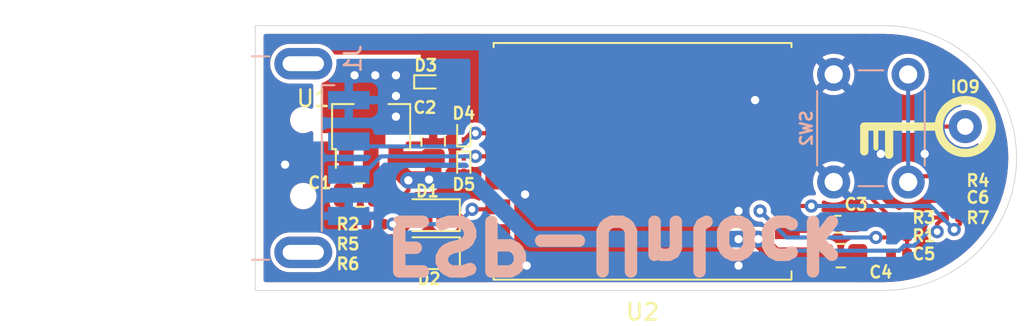
<source format=kicad_pcb>
(kicad_pcb (version 20211014) (generator pcbnew)
  (layers (0 "F.Cu" signal) (31 "B.Cu" signal) (34 "B.Paste" user) (35 "F.Paste" user) (36 "B.SilkS" user "B.Silkscreen") (37 "F.SilkS" user "F.Silkscreen") (38 "B.Mask" user) (39 "F.Mask" user) (44 "Edge.Cuts" user))
  (net 0 "")
  (net 1 "Net-(C1-Pad1)")
  (net 2 "GND")
  (net 3 "+3V3")
  (net 4 "Net-(C3-Pad1)")
  (net 5 "Net-(D1-Pad2)")
  (net 6 "Net-(D2-Pad2)")
  (net 7 "/IO19")
  (net 8 "/IO18")
  (net 9 "Net-(R2-Pad1)")
  (net 10 "Net-(R3-Pad1)")
  (net 12 "/IO4")
  (net 15 "Net-(R4-Pad2)")
  (net 19 "Net-(IO9-Pad1)")
  (net 20 "/IO1")
  (net 21 "/IO0")
  (footprint "Capacitor_SMD:C_0402_1005Metric" (layer "F.Cu") (at 123.9 97.8 180)
    (fp_text reference "C5" (at -1.5 0) (layer "F.SilkS") (effects (font (size 0.7 0.7))))
    (fp_text value "0.1uF")
    (pad "1" smd roundrect locked (at -0.485 0 180) (size 0.59 0.64) (layers "F.Cu" "F.Paste" "F.Mask") (net 3 "+3V3"))
    (pad "2" smd roundrect locked (at 0.485 0 180) (size 0.59 0.64) (layers "F.Cu" "F.Paste" "F.Mask") (net 2 "GND"))
  )
  (footprint "Capacitor_SMD:C_0805_2012Metric_Pad1.15x1.40mm_HandSolder" (layer "F.Cu") (at 95.75 91 90)
    (fp_text reference "C2" (at 2.05 -0.5 180) (layer "F.SilkS") (effects (font (size 0.7 0.7))))
    (fp_text value "4.7uF")
    (fp_line (start -0.261252 -0.71) (end 0.261252 -0.71) (layer "F.SilkS") (width 0.12))
    (fp_line (start -0.261252 0.71) (end 0.261252 0.71) (layer "F.SilkS") (width 0.12))
    (pad "1" smd roundrect locked (at -1.025 0 90) (size 1.15 1.4) (layers "F.Cu" "F.Paste" "F.Mask") (roundrect_rratio 0.2173904348) (net 3 "+3V3"))
    (pad "2" smd roundrect locked (at 1.025 0 90) (size 1.15 1.4) (layers "F.Cu" "F.Paste" "F.Mask") (roundrect_rratio 0.2173904348) (net 2 "GND"))
  )
  (footprint "Capacitor_SMD:C_0603_1608Metric_Pad1.05x0.95mm_HandSolder" (layer "F.Cu") (at 120.2 96)
    (fp_text reference "C3" (at 1.1 -1.2) (layer "F.SilkS") (effects (font (size 0.7 0.7))))
    (fp_text value "1uF")
    (fp_line (start -0.171267 0.51) (end 0.171267 0.51) (layer "F.SilkS") (width 0.12))
    (fp_line (start -0.171267 -0.51) (end 0.171267 -0.51) (layer "F.SilkS") (width 0.12))
    (pad "1" smd roundrect locked (at -0.875 0) (size 1.05 0.95) (layers "F.Cu" "F.Paste" "F.Mask") (net 4 "Net-(C3-Pad1)"))
    (pad "2" smd roundrect locked (at 0.875 0) (size 1.05 0.95) (layers "F.Cu" "F.Paste" "F.Mask") (net 2 "GND"))
  )
  (footprint "Resistor_SMD:R_0402_1005Metric" (layer "F.Cu") (at 123.9 96.7 180)
    (fp_text reference "R1" (at -1.5 0 180) (layer "F.SilkS") (effects (font (size 0.7 0.7))))
    (fp_text value "10K")
    (pad "1" smd roundrect locked (at -0.485 0 180) (size 0.59 0.64) (layers "F.Cu" "F.Paste" "F.Mask") (net 3 "+3V3"))
    (pad "2" smd roundrect locked (at 0.485 0 180) (size 0.59 0.64) (layers "F.Cu" "F.Paste" "F.Mask") (net 4 "Net-(C3-Pad1)"))
  )
  (footprint "Resistor_SMD:R_0402_1005Metric" (layer "F.Cu") (at 92.2 96 180)
    (fp_text reference "R2" (at 1.6 0) (layer "F.SilkS") (effects (font (size 0.7 0.7))))
    (fp_text value "10K")
    (pad "1" smd roundrect locked (at -0.485 0 180) (size 0.59 0.64) (layers "F.Cu" "F.Paste" "F.Mask") (net 9 "Net-(R2-Pad1)"))
    (pad "2" smd roundrect locked (at 0.485 0 180) (size 0.59 0.64) (layers "F.Cu" "F.Paste" "F.Mask") (net 3 "+3V3"))
  )
  (footprint "Resistor_SMD:R_0402_1005Metric" (layer "F.Cu") (at 123.9 95.6)
    (fp_text reference "R3" (at 1.5 0) (layer "F.SilkS") (effects (font (size 0.7 0.7))))
    (fp_text value "10K")
    (pad "1" smd roundrect locked (at -0.485 0) (size 0.59 0.64) (layers "F.Cu" "F.Paste" "F.Mask") (net 10 "Net-(R3-Pad1)"))
    (pad "2" smd roundrect locked (at 0.485 0) (size 0.59 0.64) (layers "F.Cu" "F.Paste" "F.Mask") (net 3 "+3V3"))
  )
  (footprint "Resistor_SMD:R_0402_1005Metric" (layer "F.Cu") (at 127.1 95.566667)
    (fp_text reference "R7" (at 1.566667 0.05) (layer "F.SilkS") (effects (font (size 0.7 0.7))))
    (fp_text value "10K")
    (pad "1" smd roundrect locked (at -0.485 0) (size 0.59 0.64) (layers "F.Cu" "F.Paste" "F.Mask") (net 3 "+3V3"))
    (pad "2" smd roundrect locked (at 0.485 0) (size 0.59 0.64) (layers "F.Cu" "F.Paste" "F.Mask") (net 12 "/IO4"))
  )
  (footprint "Capacitor_SMD:C_0805_2012Metric_Pad1.15x1.40mm_HandSolder" (layer "F.Cu") (at 120.375 97.9)
    (fp_text reference "C4" (at 2.425 1) (layer "F.SilkS") (effects (font (size 0.7 0.7))))
    (fp_text value "10uF")
    (fp_line (start -0.261252 -0.71) (end 0.261252 -0.71) (layer "F.SilkS") (width 0.12))
    (fp_line (start -0.261252 0.71) (end 0.261252 0.71) (layer "F.SilkS") (width 0.12))
    (pad "1" smd roundrect locked (at -1.025 0) (size 1.15 1.4) (layers "F.Cu" "F.Paste" "F.Mask") (roundrect_rratio 0.2173904348) (net 3 "+3V3"))
    (pad "2" smd roundrect locked (at 1.025 0) (size 1.15 1.4) (layers "F.Cu" "F.Paste" "F.Mask") (roundrect_rratio 0.2173904348) (net 2 "GND"))
  )
  (footprint "Capacitor_SMD:C_0402_1005Metric" (layer "F.Cu") (at 127.1 94.45 180)
    (fp_text reference "C6" (at -1.566667 0.066666) (layer "F.SilkS") (effects (font (size 0.7 0.7))))
    (fp_text value "0.1uF")
    (pad "1" smd roundrect locked (at -0.485 0 180) (size 0.59 0.64) (layers "F.Cu" "F.Paste" "F.Mask") (net 12 "/IO4"))
    (pad "2" smd roundrect locked (at 0.485 0 180) (size 0.59 0.64) (layers "F.Cu" "F.Paste" "F.Mask") (net 2 "GND"))
  )
  (footprint "Resistor_SMD:R_0402_1005Metric" (layer "F.Cu") (at 127.1 93.366667 180)
    (fp_text reference "R4" (at -1.566667 0) (layer "F.SilkS") (effects (font (size 0.7 0.7))))
    (fp_text value "470R")
    (pad "1" smd roundrect locked (at -0.485 0 180) (size 0.59 0.64) (layers "F.Cu" "F.Paste" "F.Mask") (net 12 "/IO4"))
    (pad "2" smd roundrect locked (at 0.485 0 180) (size 0.59 0.64) (layers "F.Cu" "F.Paste" "F.Mask") (net 15 "Net-(R4-Pad2)"))
  )
  (footprint "Resistor_SMD:R_0402_1005Metric" (layer "F.Cu") (at 92.2 98.4)
    (fp_text reference "R6" (at -1.6 0) (layer "F.SilkS") (effects (font (size 0.7 0.7))))
    (fp_text value "1K")
    (pad "1" smd roundrect locked (at -0.485 0) (size 0.59 0.64) (layers "F.Cu" "F.Paste" "F.Mask") (net 3 "+3V3"))
    (pad "2" smd roundrect locked (at 0.485 0) (size 0.59 0.64) (layers "F.Cu" "F.Paste" "F.Mask") (net 6 "Net-(D2-Pad2)"))
  )
  (footprint "LED_SMD:LED_0805_2012Metric_Pad1.15x1.40mm_HandSolder" (layer "F.Cu") (at 95.5 97.75 180)
    (fp_text reference "D2" (at 0 -1.55) (layer "F.SilkS") (effects (font (size 0.7 0.7))))
    (fp_text value "LED")
    (fp_line (start -1.86 -0.96) (end -1.86 0.96) (layer "F.SilkS") (width 0.12))
    (fp_line (start -1.86 0.96) (end 1 0.96) (layer "F.SilkS") (width 0.12))
    (fp_line (start 1 -0.96) (end -1.86 -0.96) (layer "F.SilkS") (width 0.12))
    (pad "1" smd roundrect locked (at -1.025 0 180) (size 1.15 1.4) (layers "F.Cu" "F.Paste" "F.Mask") (roundrect_rratio 0.2173904348) (net 21 "/IO0"))
    (pad "2" smd roundrect locked (at 1.025 0 180) (size 1.15 1.4) (layers "F.Cu" "F.Paste" "F.Mask") (roundrect_rratio 0.2173904348) (net 6 "Net-(D2-Pad2)"))
  )
  (footprint "Resistor_SMD:R_0402_1005Metric" (layer "F.Cu") (at 92.2 97.2)
    (fp_text reference "R5" (at -1.6 0) (layer "F.SilkS") (effects (font (size 0.7 0.7))))
    (fp_text value "1K")
    (pad "1" smd roundrect locked (at -0.485 0) (size 0.59 0.64) (layers "F.Cu" "F.Paste" "F.Mask") (net 3 "+3V3"))
    (pad "2" smd roundrect locked (at 0.485 0) (size 0.59 0.64) (layers "F.Cu" "F.Paste" "F.Mask") (net 5 "Net-(D1-Pad2)"))
  )
  (footprint "LED_SMD:LED_0805_2012Metric_Pad1.15x1.40mm_HandSolder" (layer "F.Cu") (at 95.5 95.45 180)
    (fp_text reference "D1" (at 0.1 1.45) (layer "F.SilkS") (effects (font (size 0.7 0.7))))
    (fp_text value "LED")
    (fp_line (start -1.86 0.96) (end 1 0.96) (layer "F.SilkS") (width 0.12))
    (fp_line (start 1 -0.96) (end -1.86 -0.96) (layer "F.SilkS") (width 0.12))
    (fp_line (start -1.86 -0.96) (end -1.86 0.96) (layer "F.SilkS") (width 0.12))
    (pad "1" smd roundrect locked (at -1.025 0 180) (size 1.15 1.4) (layers "F.Cu" "F.Paste" "F.Mask") (roundrect_rratio 0.2173904348) (net 20 "/IO1"))
    (pad "2" smd roundrect locked (at 1.025 0 180) (size 1.15 1.4) (layers "F.Cu" "F.Paste" "F.Mask") (roundrect_rratio 0.2173904348) (net 5 "Net-(D1-Pad2)"))
  )
  (footprint "Capacitor_SMD:C_0805_2012Metric_Pad1.15x1.40mm_HandSolder" (layer "F.Cu") (at 91.35 94.2375 180)
    (fp_text reference "C1" (at 2.45 0.7375) (layer "F.SilkS") (effects (font (size 0.7 0.7))))
    (fp_text value "2.2uF")
    (fp_line (start -0.261252 0.71) (end 0.261252 0.71) (layer "F.SilkS") (width 0.12))
    (fp_line (start -0.261252 -0.71) (end 0.261252 -0.71) (layer "F.SilkS") (width 0.12))
    (pad "1" smd roundrect locked (at -1.025 0 180) (size 1.15 1.4) (layers "F.Cu" "F.Paste" "F.Mask") (roundrect_rratio 0.2173904348) (net 1 "Net-(C1-Pad1)"))
    (pad "2" smd roundrect locked (at 1.025 0 180) (size 1.15 1.4) (layers "F.Cu" "F.Paste" "F.Mask") (roundrect_rratio 0.2173904348) (net 2 "GND"))
  )
  (footprint "Espressif:ESP32-C3-WROOM-02U" (layer "F.Cu") (at 108.4 92.2 180)
    (fp_text reference "U2" (at 0 -9.1) (layer "F.SilkS"))
    (fp_text value "ESP32-C3-WROOM-02")
    (fp_line (start -9 7.15) (end -9 6.9) (layer "F.SilkS") (width 0.12))
    (fp_line (start 9 -7.15) (end 9 -6.65) (layer "F.SilkS") (width 0.12))
    (fp_line (start 9 6.9) (end 9 7.15) (layer "F.SilkS") (width 0.12))
    (fp_line (start -9 -7.15) (end -9 -6.65) (layer "F.SilkS") (width 0.12))
    (fp_line (start 9 -7.15) (end -9 -7.15) (layer "F.SilkS") (width 0.12))
    (fp_line (start 9 7.15) (end -9 7.15) (layer "F.SilkS") (width 0.12))
    (pad "1" smd rect (at -8.75 -5.75 180) (size 1.5 0.9) (layers "F.Cu" "F.Paste" "F.Mask") (net 3 "+3V3"))
    (pad "2" smd rect (at -8.75 -4.25 180) (size 1.5 0.9) (layers "F.Cu" "F.Paste" "F.Mask") (net 4 "Net-(C3-Pad1)"))
    (pad "3" smd rect (at -8.75 -2.75 180) (size 1.5 0.9) (layers "F.Cu" "F.Paste" "F.Mask") (net 12 "/IO4"))
    (pad "4" smd rect (at -8.75 -1.25 180) (size 1.5 0.9) (layers "F.Cu" "F.Paste" "F.Mask"))
    (pad "5" smd rect (at -8.75 0.25 180) (size 1.5 0.9) (layers "F.Cu" "F.Paste" "F.Mask"))
    (pad "6" smd rect (at -8.75 1.75 180) (size 1.5 0.9) (layers "F.Cu" "F.Paste" "F.Mask"))
    (pad "7" smd rect (at -8.75 3.25 180) (size 1.5 0.9) (layers "F.Cu" "F.Paste" "F.Mask") (net 10 "Net-(R3-Pad1)"))
    (pad "8" smd rect (at -8.75 4.75 180) (size 1.5 0.9) (layers "F.Cu" "F.Paste" "F.Mask") (net 19 "Net-(IO9-Pad1)"))
    (pad "9" smd rect (at -8.75 6.25 180) (size 1.5 0.9) (layers "F.Cu" "F.Paste" "F.Mask") (net 2 "GND"))
    (pad "10" smd rect (at 8.75 6.25) (size 1.5 0.9) (layers "F.Cu" "F.Paste" "F.Mask"))
    (pad "11" smd rect (at 8.75 4.75) (size 1.5 0.9) (layers "F.Cu" "F.Paste" "F.Mask"))
    (pad "12" smd rect (at 8.75 3.25) (size 1.5 0.9) (layers "F.Cu" "F.Paste" "F.Mask"))
    (pad "13" smd rect (at 8.75 1.75) (size 1.5 0.9) (layers "F.Cu" "F.Paste" "F.Mask") (net 8 "/IO18"))
    (pad "14" smd rect (at 8.75 0.25) (size 1.5 0.9) (layers "F.Cu" "F.Paste" "F.Mask") (net 7 "/IO19"))
    (pad "15" smd rect (at 8.75 -1.25) (size 1.5 0.9) (layers "F.Cu" "F.Paste" "F.Mask"))
    (pad "16" smd rect (at 8.75 -2.75) (size 1.5 0.9) (layers "F.Cu" "F.Paste" "F.Mask") (net 9 "Net-(R2-Pad1)"))
    (pad "17" smd rect (at 8.75 -4.25) (size 1.5 0.9) (layers "F.Cu" "F.Paste" "F.Mask") (net 20 "/IO1"))
    (pad "18" smd rect (at 8.75 -5.75) (size 1.5 0.9) (layers "F.Cu" "F.Paste" "F.Mask") (net 21 "/IO0"))
    (pad "19" smd rect (at 0.91 1.55) (size 0.7 0.7) (layers "F.Cu" "F.Paste" "F.Mask") (net 2 "GND"))
    (pad "19" smd rect (at 2.06 1.55) (size 0.7 0.7) (layers "F.Cu" "F.Paste" "F.Mask") (net 2 "GND"))
    (pad "19" smd rect (at -0.14 1.55) (size 0.7 0.7) (layers "F.Cu" "F.Paste" "F.Mask") (net 2 "GND"))
    (pad "19" smd rect (at -0.14 -0.65) (size 0.7 0.7) (layers "F.Cu" "F.Paste" "F.Mask") (net 2 "GND"))
    (pad "19" smd rect (at -0.14 0.45) (size 0.7 0.7) (layers "F.Cu" "F.Paste" "F.Mask") (net 2 "GND"))
    (pad "19" smd rect (at 0.91 -0.65) (size 0.7 0.7) (layers "F.Cu" "F.Paste" "F.Mask") (net 2 "GND"))
    (pad "19" smd rect (at 0.91 0.45) (size 0.7 0.7) (layers "F.Cu" "F.Paste" "F.Mask") (net 2 "GND"))
    (pad "19" smd rect (at 2.06 -0.65) (size 0.7 0.7) (layers "F.Cu" "F.Paste" "F.Mask") (net 2 "GND"))
    (pad "19" smd rect (at 2.06 0.45) (size 0.7 0.7) (layers "F.Cu" "F.Paste" "F.Mask") (net 2 "GND"))
  )
  (footprint "Diode_SMD:D_SOD-923" (layer "F.Cu") (at 97.6 90.5 90)
    (fp_text reference "D4" (at 1.2 0 180) (layer "F.SilkS") (effects (font (size 0.7 0.7))))
    (fp_text value "ESD9B5.0ST5G")
    (fp_line (start -0.8 -0.4) (end -0.8 0.4) (layer "F.SilkS") (width 0.12))
    (fp_line (start 0.5 -0.4) (end -0.8 -0.4) (layer "F.SilkS") (width 0.12))
    (fp_line (start 0.5 0.4) (end -0.8 0.4) (layer "F.SilkS") (width 0.12))
    (pad "1" smd rect (at -0.42 0 270) (size 0.36 0.25) (layers "F.Cu" "F.Paste" "F.Mask") (net 8 "/IO18"))
    (pad "2" smd rect (at 0.42 0 270) (size 0.36 0.25) (layers "F.Cu" "F.Paste" "F.Mask") (net 2 "GND"))
  )
  (footprint "Diode_SMD:D_SOD-923" (layer "F.Cu") (at 97.6 92.4 -90)
    (fp_text reference "D5" (at 1.2 0 180) (layer "F.SilkS") (effects (font (size 0.7 0.7))))
    (fp_text value "ESD9B5.0ST5G")
    (fp_line (start 0.5 0.4) (end -0.8 0.4) (layer "F.SilkS") (width 0.12))
    (fp_line (start -0.8 -0.4) (end -0.8 0.4) (layer "F.SilkS") (width 0.12))
    (fp_line (start 0.5 -0.4) (end -0.8 -0.4) (layer "F.SilkS") (width 0.12))
    (pad "1" smd rect (at -0.42 0 90) (size 0.36 0.25) (layers "F.Cu" "F.Paste" "F.Mask") (net 7 "/IO19"))
    (pad "2" smd rect (at 0.42 0 90) (size 0.36 0.25) (layers "F.Cu" "F.Paste" "F.Mask") (net 2 "GND"))
  )
  (footprint "Package_TO_SOT_SMD:SOT-89-3" (layer "F.Cu") (at 92 90.4 90)
    (fp_text reference "U1" (at 2 -3.5 180) (layer "F.SilkS"))
    (fp_text value "HT75xx-1-SOT89")
    (fp_line (start -1.06 -2.36) (end -1.06 -2.13) (layer "F.SilkS") (width 0.12))
    (fp_line (start -2.2 -2.13) (end -1.06 -2.13) (layer "F.SilkS") (width 0.12))
    (fp_line (start -1.06 -2.36) (end 1.66 -2.36) (layer "F.SilkS") (width 0.12))
    (fp_line (start 1.66 2.36) (end -1.06 2.36) (layer "F.SilkS") (width 0.12))
    (fp_line (start 1.66 1.05) (end 1.66 2.36) (layer "F.SilkS") (width 0.12))
    (fp_line (start 1.66 -2.36) (end 1.66 -1.05) (layer "F.SilkS") (width 0.12))
    (fp_line (start -1.06 2.36) (end -1.06 2.13) (layer "F.SilkS") (width 0.12))
    (pad "1" smd rect (at -1.65 -1.5 90) (size 1.3 0.9) (layers "F.Cu" "F.Paste" "F.Mask") (net 2 "GND"))
    (pad "2" smd custom (at -1.5625 0 90) (size 1.475 0.9) (layers "F.Cu" "F.Paste" "F.Mask") (net 1 "Net-(C1-Pad1)") (options (clearance outline) (anchor rect)) (primitives (gr_poly (pts (xy 3.8625 0.8665) (xy 0.7375 0.8665) (xy 0.7375 -0.8665) (xy 3.8625 -0.8665)) (width 0) (fill yes))))
    (pad "3" smd rect (at -1.65 1.5 90) (size 1.3 0.9) (layers "F.Cu" "F.Paste" "F.Mask") (net 3 "+3V3"))
  )
  (footprint "Diode_SMD:D_SOD-923" (layer "F.Cu") (at 95.4 87.4)
    (fp_text reference "D3" (at -0.1 -1) (layer "F.SilkS") (effects (font (size 0.7 0.7))))
    (fp_text value "ESD9B5.0ST5G")
    (fp_line (start 0.5 0.4) (end -0.8 0.4) (layer "F.SilkS") (width 0.12))
    (fp_line (start 0.5 -0.4) (end -0.8 -0.4) (layer "F.SilkS") (width 0.12))
    (fp_line (start -0.8 -0.4) (end -0.8 0.4) (layer "F.SilkS") (width 0.12))
    (pad "1" smd rect (at -0.42 0 180) (size 0.36 0.25) (layers "F.Cu" "F.Paste" "F.Mask") (net 1 "Net-(C1-Pad1)"))
    (pad "2" smd rect (at 0.42 0 180) (size 0.36 0.25) (layers "F.Cu" "F.Paste" "F.Mask") (net 2 "GND"))
  )
  (footprint "TestPoint:TestPoint_Loop_D1.80mm_Drill1.0mm_Beaded" (layer "F.Cu") (at 127.9 90.1)
    (fp_text reference "IO9" (at 0 -2.4) (layer "F.SilkS") (effects (font (size 0.7 0.7))))
    (fp_text value "TestPoint")
    (fp_circle (center 0 0) (end 1.5 0) (layer "F.SilkS") (width 0.12) (fill none))
    (pad "1" thru_hole circle (at 0 0) (size 2 2) (drill 1) (layers *.Cu *.Mask) (net 19 "Net-(IO9-Pad1)"))
  )
  (footprint "Connector_USB:USB_A_CNCTech_1001-011-01101_Horizontal" (layer "B.Cu") (at 81 92 180)
    (fp_text reference "J1" (at -9.9 6 90) (layer "B.SilkS") (effects (justify mirror)))
    (fp_text value "USB_edge")
    (fp_line (start -4.85 6.145) (end -3.8 6.145) (layer "B.SilkS") (width 0.12))
    (fp_line (start -4.85 -6.145) (end -3.8 -6.145) (layer "B.SilkS") (width 0.12))
    (fp_line (start -8.02 4.4) (end -8.02 -4.4) (layer "B.SilkS") (width 0.12))
    (fp_line (start -8.02 4.4) (end -8.775 4.4) (layer "B.SilkS") (width 0.12))
    (pad "" np_thru_hole circle locked (at -6.9 2.3 180) (size 1.1 1.1) (drill 1.1) (layers *.Cu *.Mask))
    (pad "" np_thru_hole circle locked (at -6.9 -2.3 180) (size 1.1 1.1) (drill 1.1) (layers *.Cu *.Mask))
    (pad "1" smd rect locked (at -9.65 3.5 180) (size 2.5 1.1) (layers "B.Cu" "B.Paste" "B.Mask") (net 1 "Net-(C1-Pad1)"))
    (pad "2" smd rect locked (at -9.65 1 180) (size 2.5 1.1) (layers "B.Cu" "B.Paste" "B.Mask") (net 8 "/IO18"))
    (pad "3" smd rect locked (at -9.65 -1 180) (size 2.5 1.1) (layers "B.Cu" "B.Paste" "B.Mask") (net 7 "/IO19"))
    (pad "4" smd rect locked (at -9.65 -3.5 180) (size 2.5 1.1) (layers "B.Cu" "B.Paste" "B.Mask") (net 2 "GND"))
    (pad "5" thru_hole oval locked (at -6.9 5.7 180) (size 3.5 1.9) (drill oval 2.5 0.9) (layers *.Cu *.Mask))
    (pad "5" thru_hole oval locked (at -6.9 -5.7 180) (size 3.5 1.9) (drill oval 2.5 0.9) (layers *.Cu *.Mask))
  )
  (footprint "Button_Switch_THT:SW_PUSH_6mm" (layer "B.Cu") (at 119.95 86.95 -90)
    (fp_text reference "SW2" (at 3.25 1.65 -90) (layer "B.SilkS") (effects (font (size 0.7 0.7)) (justify mirror)))
    (fp_text value "SW_Push")
    (fp_line (start 6.75 -3) (end 6.75 -1.5) (layer "B.SilkS") (width 0.12))
    (fp_line (start 1 -5.5) (end 5.5 -5.5) (layer "B.SilkS") (width 0.12))
    (fp_line (start 5.5 1) (end 1 1) (layer "B.SilkS") (width 0.12))
    (fp_line (start -0.25 -1.5) (end -0.25 -3) (layer "B.SilkS") (width 0.12))
    (pad "1" thru_hole circle locked (at 6.5 0 180) (size 2 2) (drill 1.1) (layers *.Cu *.Mask) (net 2 "GND"))
    (pad "1" thru_hole circle locked (at 0 0 180) (size 2 2) (drill 1.1) (layers *.Cu *.Mask) (net 2 "GND"))
    (pad "2" thru_hole circle locked (at 0 -4.5 180) (size 2 2) (drill 1.1) (layers *.Cu *.Mask) (net 15 "Net-(R4-Pad2)"))
    (pad "2" thru_hole circle locked (at 6.5 -4.5 180) (size 2 2) (drill 1.1) (layers *.Cu *.Mask) (net 15 "Net-(R4-Pad2)"))
  )
  (gr_line (start 122.5 90.1) (end 122.5 91.4) (layer "F.SilkS") (width 0.3))
  (gr_line (start 121.8 90.1) (end 121.8 91.6) (layer "F.SilkS") (width 0.5))
  (gr_circle (center 127.9 90.1) (end 129.5 90.1) (layer "F.SilkS") (width 0.5) (fill none))
  (gr_line (start 126.3 90.1) (end 121.8 90.1) (layer "F.SilkS") (width 0.5))
  (gr_line (start 123.3 90.1) (end 123.3 91.8) (layer "F.SilkS") (width 0.5))
  (gr_line (start 123 84) (end 85 84) (layer "Edge.Cuts") (width 0.05))
  (gr_arc (start 123 84) (mid 131 92) (end 123 100) (layer "Edge.Cuts") (width 0.05))
  (gr_line (start 85 100) (end 85 84) (layer "Edge.Cuts") (width 0.05))
  (gr_line (start 85 100) (end 123 100) (layer "Edge.Cuts") (width 0.05))
  (gr_text "ESP-Unlock" (at 106.7 97.2 180) (layer "B.SilkS") (effects (font (size 3 3) (thickness 0.75)) (justify mirror)))
  (segment (start 92 93.8625) (end 92 92) (width 1) (layer "F.Cu") (net 1))
  (segment (start 94.98 87.4) (end 94.3 87.4) (width 0.25) (layer "F.Cu") (net 1))
  (segment (start 92.375 94.2375) (end 92 93.8625) (width 1) (layer "F.Cu") (net 1))
  (via (at 93.5 88.25) (size 1) (drill 0.5) (layers "F.Cu" "B.Cu") (net 1))
  (via (at 92.25 87) (size 1) (drill 0.5) (layers "F.Cu" "B.Cu") (net 1))
  (via (at 93.5 89.5) (size 1) (drill 0.5) (layers "F.Cu" "B.Cu") (net 1))
  (via (at 93.5 87) (size 1) (drill 0.5) (layers "F.Cu" "B.Cu") (net 1))
  (via (at 91 87) (size 1) (drill 0.5) (layers "F.Cu" "B.Cu") (net 1))
  (segment (start 95.855 90.08) (end 95.75 89.975) (width 0.25) (layer "F.Cu") (net 2))
  (segment (start 97.6 92.82) (end 98.08 92.82) (width 0.25) (layer "F.Cu") (net 2))
  (segment (start 97.6 90.08) (end 95.855 90.08) (width 0.25) (layer "F.Cu") (net 2))
  (via (at 101.3 94.2) (size 1) (drill 0.5) (layers "F.Cu" "B.Cu") (net 2))
  (via (at 114.2 98.5) (size 1) (drill 0.5) (layers "F.Cu" "B.Cu") (net 2))
  (via (at 114.2 95.2) (size 1) (drill 0.5) (layers "F.Cu" "B.Cu") (net 2))
  (via (at 86.8 92.4) (size 1) (drill 0.5) (layers "F.Cu" "B.Cu") (net 2))
  (via (at 101.4 98.5) (size 1) (drill 0.5) (layers "F.Cu" "B.Cu") (net 2))
  (via (at 125.45 91.75) (size 1) (drill 0.5) (layers "F.Cu" "B.Cu") (net 2))
  (via (at 122.8 91.75) (size 1) (drill 0.5) (layers "F.Cu" "B.Cu") (net 2))
  (via (at 115.2 88.5) (size 1) (drill 0.5) (layers "F.Cu" "B.Cu") (net 2))
  (segment (start 126.2 95.981667) (end 126.615 95.566667) (width 0.25) (layer "F.Cu") (net 3))
  (segment (start 95.75 92.025) (end 95.75 93.05) (width 1) (layer "F.Cu") (net 3))
  (segment (start 124.385 95.6) (end 124.385 97.8) (width 0.25) (layer "F.Cu") (net 3))
  (segment (start 92.145 95.355) (end 92.845 95.355) (width 0.25) (layer "F.Cu") (net 3))
  (segment (start 91.715 96) (end 91.715 95.785) (width 0.25) (layer "F.Cu") (net 3))
  (segment (start 94.25 93.95) (end 94.25 93.35) (width 0.25) (layer "F.Cu") (net 3))
  (segment (start 93.5 92.0875) (end 95.6875 92.0875) (width 1) (layer "F.Cu") (net 3))
  (segment (start 93.5 92.05) (end 93.5 92.6) (width 1) (layer "F.Cu") (net 3))
  (segment (start 116.4 97.9) (end 117.15 97.9) (width 1) (layer "F.Cu") (net 3))
  (segment (start 95.75 93.05) (end 95.5 93.3) (width 1) (layer "F.Cu") (net 3))
  (segment (start 91.715 95.785) (end 92.145 95.355) (width 0.25) (layer "F.Cu") (net 3))
  (segment (start 94.3 93.3) (end 94.25 93.35) (width 1) (layer "F.Cu") (net 3))
  (segment (start 117.15 97.9) (end 119.35 97.9) (width 1) (layer "F.Cu") (net 3))
  (segment (start 126.2 96.45) (end 126.2 95.981667) (width 0.25) (layer "F.Cu") (net 3))
  (segment (start 115.4 96.9) (end 116.4 97.9) (width 1) (layer "F.Cu") (net 3))
  (segment (start 95.5 93.3) (end 94.3 93.3) (width 1) (layer "F.Cu") (net 3))
  (segment (start 95.6875 92.0875) (end 95.75 92.025) (width 1) (layer "F.Cu") (net 3))
  (segment (start 114.2 96.9) (end 115.4 96.9) (width 1) (layer "F.Cu") (net 3))
  (segment (start 91.815 96) (end 91.815 95.981784) (width 0.25) (layer "F.Cu") (net 3))
  (segment (start 91.715 96) (end 91.715 98.4) (width 0.25) (layer "F.Cu") (net 3))
  (segment (start 92.845 95.355) (end 94.25 93.95) (width 0.25) (layer "F.Cu") (net 3))
  (segment (start 124.385 95.6) (end 126.415 95.6) (width 0.25) (layer "F.Cu") (net 3))
  (segment (start 93.5 92.6) (end 94.25 93.35) (width 1) (layer "F.Cu") (net 3))
  (via (at 114.2 96.9) (size 1) (drill 0.5) (layers "F.Cu" "B.Cu") (net 3))
  (via (at 115.4 96.9) (size 1) (drill 0.5) (layers "F.Cu" "B.Cu") (net 3))
  (via (at 94.25 93.35) (size 1) (drill 0.5) (layers "F.Cu" "B.Cu") (net 3))
  (via (at 95.5 93.3) (size 1) (drill 0.5) (layers "F.Cu" "B.Cu") (net 3))
  (via (at 126.2 96.45) (size 0.8) (drill 0.4) (layers "F.Cu" "B.Cu") (net 3))
  (segment (start 125.6 96.5) (end 125.65 96.45) (width 0.25) (layer "B.Cu") (net 3))
  (segment (start 124.8 97.3) (end 125.1 97) (width 0.25) (layer "B.Cu") (net 3))
  (segment (start 98.15 93.35) (end 94.25 93.35) (width 1) (layer "B.Cu") (net 3))
  (segment (start 101.7 96.9) (end 98.15 93.35) (width 1) (layer "B.Cu") (net 3))
  (segment (start 101.7 96.9) (end 114.2 96.9) (width 1) (layer "B.Cu") (net 3))
  (segment (start 124.2 97.3) (end 124.8 97.3) (width 0.25) (layer "B.Cu") (net 3))
  (segment (start 125.65 96.45) (end 126.2 96.45) (width 0.25) (layer "B.Cu") (net 3))
  (segment (start 115.4 96.9) (end 116.1 97.6) (width 0.25) (layer "B.Cu") (net 3))
  (segment (start 125.1 97) (end 125.6 96.5) (width 0.25) (layer "B.Cu") (net 3))
  (segment (start 116.1 97.6) (end 123.9 97.6) (width 0.25) (layer "B.Cu") (net 3))
  (segment (start 123.9 97.6) (end 124.2 97.3) (width 0.25) (layer "B.Cu") (net 3))
  (segment (start 114.2 96.9) (end 115.4 96.9) (width 1) (layer "B.Cu") (net 3))
  (segment (start 123.315 96.8) (end 123.415 96.7) (width 0.25) (layer "F.Cu") (net 4))
  (segment (start 118.925 96.4) (end 119.325 96) (width 0.25) (layer "F.Cu") (net 4))
  (segment (start 122.5 96.8) (end 123.315 96.8) (width 0.25) (layer "F.Cu") (net 4))
  (segment (start 117.15 96.4) (end 118.925 96.4) (width 0.25) (layer "F.Cu") (net 4))
  (segment (start 117.15 96.4) (end 116.7 96.4) (width 0.25) (layer "F.Cu") (net 4))
  (segment (start 116.7 96.4) (end 115.5 95.2) (width 0.25) (layer "F.Cu") (net 4))
  (via (at 115.5 95.2) (size 0.8) (drill 0.4) (layers "F.Cu" "B.Cu") (net 4))
  (via (at 122.5 96.8) (size 0.8) (drill 0.4) (layers "F.Cu" "B.Cu") (net 4))
  (segment (start 115.5 95.2) (end 117.1 96.8) (width 0.25) (layer "B.Cu") (net 4))
  (segment (start 117.1 96.8) (end 122.5 96.8) (width 0.25) (layer "B.Cu") (net 4))
  (segment (start 94.475 95.45) (end 94.475 95.925) (width 0.25) (layer "F.Cu") (net 5))
  (segment (start 93.675 96.725) (end 93.16 96.725) (width 0.25) (layer "F.Cu") (net 5))
  (segment (start 94.475 95.925) (end 93.675 96.725) (width 0.25) (layer "F.Cu") (net 5))
  (segment (start 92.685 97.2) (end 93.16 96.725) (width 0.25) (layer "F.Cu") (net 5))
  (segment (start 92.685 98.4) (end 93.825 98.4) (width 0.25) (layer "F.Cu") (net 6))
  (segment (start 93.825 98.4) (end 94.475 97.75) (width 0.25) (layer "F.Cu") (net 6))
  (segment (start 98.3 91.9) (end 97.68 91.9) (width 0.25) (layer "F.Cu") (net 7))
  (segment (start 97.68 91.9) (end 97.6 91.98) (width 0.25) (layer "F.Cu") (net 7))
  (segment (start 98.3 91.9) (end 99.65 91.9) (width 0.25) (layer "F.Cu") (net 7))
  (via (at 98.3 91.9) (size 0.8) (drill 0.4) (layers "F.Cu" "B.Cu") (net 7))
  (segment (start 98.2 91.9) (end 98.3 91.9) (width 0.25) (layer "B.Cu") (net 7))
  (segment (start 90.65 93.3) (end 91.25 93.3) (width 0.25) (layer "B.Cu") (net 7))
  (segment (start 91.25 93.25) (end 92.6 91.9) (width 0.25) (layer "B.Cu") (net 7))
  (segment (start 91.25 93.3) (end 91.25 93.25) (width 0.25) (layer "B.Cu") (net 7))
  (segment (start 92.6 91.9) (end 98.2 91.9) (width 0.25) (layer "B.Cu") (net 7))
  (segment (start 99.6 90.5) (end 99.65 90.45) (width 0.25) (layer "F.Cu") (net 8))
  (segment (start 98.3 90.5) (end 99.6 90.5) (width 0.25) (layer "F.Cu") (net 8))
  (segment (start 98.02 90.5) (end 97.6 90.92) (width 0.25) (layer "F.Cu") (net 8))
  (segment (start 98.3 90.5) (end 98.02 90.5) (width 0.25) (layer "F.Cu") (net 8))
  (via (at 98.3 90.5) (size 0.8) (drill 0.4) (layers "F.Cu" "B.Cu") (net 8))
  (segment (start 97.450333 91.3) (end 97.5 91.3) (width 0.25) (layer "B.Cu") (net 8))
  (segment (start 97.5 91.3) (end 98.3 90.5) (width 0.25) (layer "B.Cu") (net 8))
  (segment (start 90.65 91.3) (end 97.450333 91.3) (width 0.25) (layer "B.Cu") (net 8))
  (segment (start 92.685 96) (end 93.3 96) (width 0.25) (layer "F.Cu") (net 9))
  (segment (start 98.1 95.1) (end 99.45 95.1) (width 0.25) (layer "F.Cu") (net 9))
  (segment (start 99.45 95.1) (end 99.65 94.9) (width 0.25) (layer "F.Cu") (net 9))
  (via (at 93.3 96) (size 0.8) (drill 0.4) (layers "F.Cu" "B.Cu") (net 9))
  (via (at 98.1 95.1) (size 0.8) (drill 0.4) (layers "F.Cu" "B.Cu") (net 9))
  (segment (start 97.2 96) (end 98.1 95.1) (width 0.25) (layer "B.Cu") (net 9))
  (segment (start 93.3 96) (end 97.2 96) (width 0.25) (layer "B.Cu") (net 9))
  (segment (start 121.4 93.6) (end 123.4 95.6) (width 0.25) (layer "F.Cu") (net 10))
  (segment (start 117.15 88.9) (end 117.325 88.9) (width 0.25) (layer "F.Cu") (net 10))
  (segment (start 117.325 88.9) (end 121.4 92.975) (width 0.25) (layer "F.Cu") (net 10))
  (segment (start 123.4 95.6) (end 123.415 95.6) (width 0.25) (layer "F.Cu") (net 10))
  (segment (start 117.15 88.9) (end 117.4 88.9) (width 0.25) (layer "F.Cu") (net 10))
  (segment (start 121.4 92.975) (end 121.4 93.6) (width 0.25) (layer "F.Cu") (net 10))
  (segment (start 127.585 93.366667) (end 127.585 95.566667) (width 0.25) (layer "F.Cu") (net 12))
  (segment (start 127.585 95.566667) (end 127.585 95.966781) (width 0.25) (layer "F.Cu") (net 12))
  (segment (start 127.585 95.966781) (end 127.229934 96.321847) (width 0.25) (layer "F.Cu") (net 12))
  (segment (start 117.15 94.9) (end 118.6 94.9) (width 0.25) (layer "F.Cu") (net 12))
  (via (at 127.229934 96.321847) (size 0.8) (drill 0.4) (layers "F.Cu" "B.Cu") (net 12))
  (via (at 118.6 94.9) (size 0.8) (drill 0.4) (layers "F.Cu" "B.Cu") (net 12))
  (segment (start 118.6 94.9) (end 124.9 94.9) (width 0.25) (layer "B.Cu") (net 12))
  (segment (start 127.229934 96.321847) (end 125.808087 94.9) (width 0.25) (layer "B.Cu") (net 12))
  (segment (start 125.808087 94.9) (end 124.9 94.9) (width 0.25) (layer "B.Cu") (net 12))
  (segment (start 124.8 93.1) (end 124.45 93.45) (width 0.25) (layer "F.Cu") (net 15))
  (segment (start 126.715 93.1) (end 124.8 93.1) (width 0.25) (layer "F.Cu") (net 15))
  (segment (start 124.45 93.45) (end 124.45 86.95) (width 0.25) (layer "B.Cu") (net 15))
  (segment (start 117.15 87.45) (end 117.5 87.8) (width 0.25) (layer "F.Cu") (net 19))
  (segment (start 127.9 90.1) (end 120.2 90.1) (width 0.25) (layer "F.Cu") (net 19))
  (segment (start 117.5 87.8) (end 117.9 87.8) (width 0.25) (layer "F.Cu") (net 19))
  (segment (start 120.2 90.1) (end 117.9 87.8) (width 0.25) (layer "F.Cu") (net 19))
  (segment (start 99.65 96.4) (end 98.3 96.4) (width 0.25) (layer "F.Cu") (net 20))
  (segment (start 96.525 95.45) (end 97.35 95.45) (width 0.25) (layer "F.Cu") (net 20))
  (segment (start 97.35 95.45) (end 98.3 96.4) (width 0.25) (layer "F.Cu") (net 20))
  (segment (start 96.525 97.75) (end 96.675 97.9) (width 0.25) (layer "F.Cu") (net 21))
  (segment (start 96.675 97.9) (end 99.65 97.9) (width 0.25) (layer "F.Cu") (net 21))
  (zone (net 2) (net_name "GND") (layer "F.Cu") (connect_pads (clearance 0.25)) (min_thickness 0.254) (fill yes (thermal_gap 0.25) (thermal_bridge_width 0.508))
    (polygon (pts (xy 98.8 85.75) (xy 85.5 85.75) (xy 85.5 84.5) (xy 98.8 84.5)))
  )
  (zone (net 2) (net_name "GND") (layer "F.Cu") (connect_pads (clearance 0.25)) (min_thickness 0.254) (fill yes (thermal_gap 0.25) (thermal_bridge_width 0.508))
    (polygon (pts (xy 88.5 91) (xy 99 91) (xy 99.1 99.5) (xy 85.5 99.5) (xy 85.5 85) (xy 88.5 85)))
  )
  (zone (net 2) (net_name "GND") (layer "F.Cu") (connect_pads (clearance 0.25)) (min_thickness 0.25) (fill yes (thermal_gap 0.25) (thermal_bridge_width 0.5))
    (polygon (pts (xy 122 99.5) (xy 95 99.5) (xy 95 84.5) (xy 122 84.5)))
  )
  (zone (net 1) (net_name "Net-(C1-Pad1)") (layer "F.Cu") (connect_pads (clearance 0.25)) (min_thickness 0.254) (fill yes (thermal_gap 0.25) (thermal_bridge_width 0.508))
    (polygon (pts (xy 94.5 90.5) (xy 89 90.5) (xy 89 86.25) (xy 94.5 86.25)))
  )
  (zone (net 2) (net_name "GND") (layer "F.Cu") (connect_pads yes (clearance 0.4)) (min_thickness 0.254) (fill yes (thermal_gap 0.508) (thermal_bridge_width 0.508))
    (polygon (pts (xy 110.102412 94.059085) (xy 104.502412 94.359085) (xy 105.002412 89.359085) (xy 109.902412 89.159085)))
  )
  (zone (net 2) (net_name "GND") (layer "F.Cu") (connect_pads (clearance 0.25)) (min_thickness 0.254) (fill yes (thermal_gap 0.508) (thermal_bridge_width 0.508))
    (polygon (pts (xy 126.4 86) (xy 128.8 91.4) (xy 128.4 96.75) (xy 125.1 98.6) (xy 123 99.5) (xy 121.4 99.5) (xy 121.5 84.5) (xy 123 84.5)))
  )
  (zone (net 2) (net_name "GND") (layer "F.Cu") (connect_pads (clearance 0.5)) (min_thickness 0.254) (fill yes (thermal_gap 0.508) (thermal_bridge_width 0.508))
    (polygon (pts (xy 131 99.5) (xy 123 99.5) (xy 123 84.5) (xy 131 84.5)))
  )
  (zone (net 2) (net_name "GND") (layer "B.Cu") (connect_pads (clearance 0.25)) (min_thickness 0.254) (fill yes (thermal_gap 0.25) (thermal_bridge_width 0.508))
    (polygon (pts (xy 123 99.5) (xy 85.5 99.5) (xy 85.5 84.5) (xy 123 84.5)))
    (polygon (pts (xy 88.5 85.5) (xy 88.5 91) (xy 98.5 91) (xy 98.5 85.5)))
  )
  (zone (net 1) (net_name "Net-(C1-Pad1)") (layer "B.Cu") (connect_pads (clearance 0.25)) (min_thickness 0.254) (fill yes (thermal_gap 0.508) (thermal_bridge_width 0.508))
    (polygon (pts (xy 98 90.6) (xy 89 90.6) (xy 89 86) (xy 98 86)))
  )
  (zone (net 2) (net_name "GND") (layer "B.Cu") (connect_pads yes (clearance 0.5)) (min_thickness 0.254) (fill yes (thermal_gap 0.508) (thermal_bridge_width 0.508))
    (polygon (pts (xy 109.716244 93.600756) (xy 105.216244 93.800756) (xy 105.116244 89.400756) (xy 109.916244 89.300756)))
  )
  (zone (net 2) (net_name "GND") (layer "B.Cu") (connect_pads (clearance 0.5)) (min_thickness 0.254) (fill yes (thermal_gap 0.508) (thermal_bridge_width 0.508))
    (polygon (pts (xy 131 99.5) (xy 123 99.5) (xy 123 84.5) (xy 131 84.5)))
  )
  (zone (net 2) (net_name "GND") (layer "B.Cu") (connect_pads (clearance 0.25)) (min_thickness 0.254) (fill yes (thermal_gap 0.508) (thermal_bridge_width 0.508))
    (polygon (pts (xy 126.4 85.9) (xy 128.8 91.5) (xy 128.4 96.8) (xy 125.1 98.7) (xy 123 99.5) (xy 122.3 99.5) (xy 122.4 84.5) (xy 123 84.5)))
  )
)
</source>
